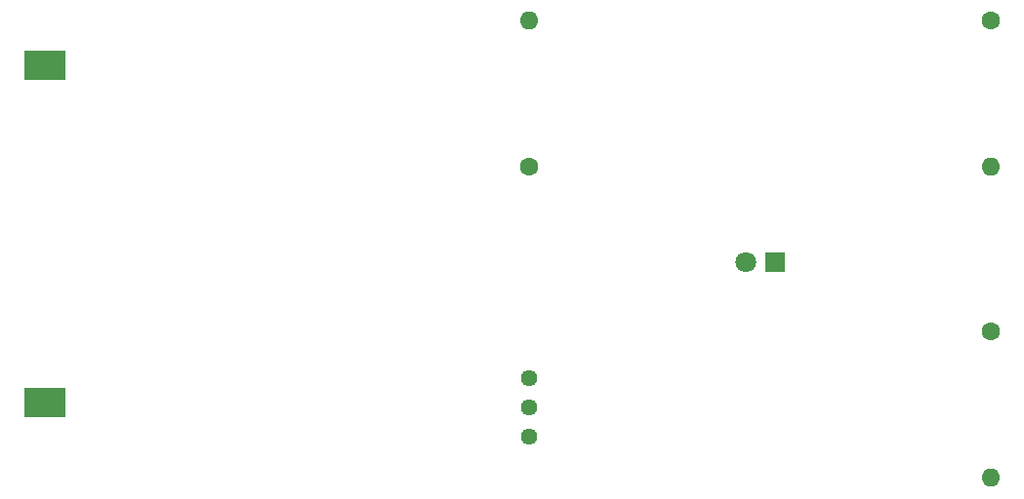
<source format=gbr>
%TF.GenerationSoftware,KiCad,Pcbnew,8.0.7*%
%TF.CreationDate,2025-01-07T01:48:30+09:00*%
%TF.ProjectId,WheatstonBridge,57686561-7473-4746-9f6e-427269646765,rev?*%
%TF.SameCoordinates,Original*%
%TF.FileFunction,Soldermask,Top*%
%TF.FilePolarity,Negative*%
%FSLAX46Y46*%
G04 Gerber Fmt 4.6, Leading zero omitted, Abs format (unit mm)*
G04 Created by KiCad (PCBNEW 8.0.7) date 2025-01-07 01:48:30*
%MOMM*%
%LPD*%
G01*
G04 APERTURE LIST*
%ADD10C,1.440000*%
%ADD11C,1.600000*%
%ADD12O,1.600000X1.600000*%
%ADD13R,1.800000X1.800000*%
%ADD14C,1.800000*%
%ADD15R,3.600000X2.600000*%
G04 APERTURE END LIST*
D10*
%TO.C,RV1*%
X155000000Y-92580000D03*
X155000000Y-90040000D03*
X155000000Y-87500000D03*
%TD*%
D11*
%TO.C,R3*%
X195000000Y-83500000D03*
D12*
X195000000Y-96200000D03*
%TD*%
D11*
%TO.C,R2*%
X195000000Y-56500000D03*
D12*
X195000000Y-69200000D03*
%TD*%
D11*
%TO.C,R1*%
X155000000Y-69200000D03*
D12*
X155000000Y-56500000D03*
%TD*%
D13*
%TO.C,D1*%
X176350000Y-77500000D03*
D14*
X173810000Y-77500000D03*
%TD*%
D15*
%TO.C,BT1*%
X113000000Y-60350000D03*
X113000000Y-89650000D03*
%TD*%
M02*

</source>
